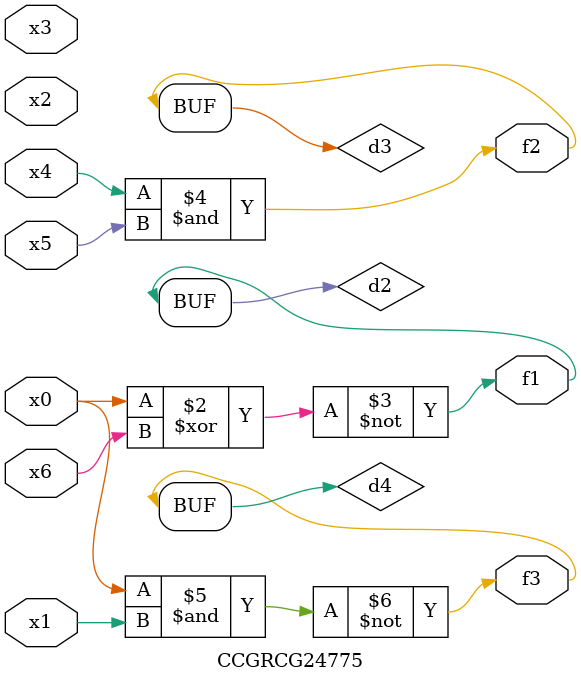
<source format=v>
module CCGRCG24775(
	input x0, x1, x2, x3, x4, x5, x6,
	output f1, f2, f3
);

	wire d1, d2, d3, d4;

	nor (d1, x0);
	xnor (d2, x0, x6);
	and (d3, x4, x5);
	nand (d4, x0, x1);
	assign f1 = d2;
	assign f2 = d3;
	assign f3 = d4;
endmodule

</source>
